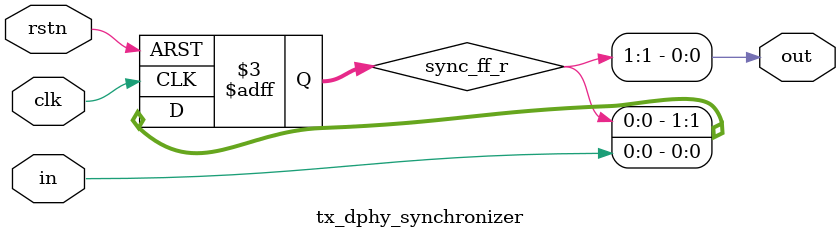
<source format=v>
  
module tx_dphy_synchronizer 
(
input  wire clk,
input  wire rstn,
input  wire in,
output wire out
);

reg [1:0] sync_ff_r;

assign out = sync_ff_r[1];

always @(posedge clk or negedge rstn) begin
  if (rstn == 1'd0) begin
    sync_ff_r     <= 0;
  end
  else begin
    sync_ff_r[0]  <= in;
    sync_ff_r[1]  <= sync_ff_r[0];
  end
end

endmodule



</source>
